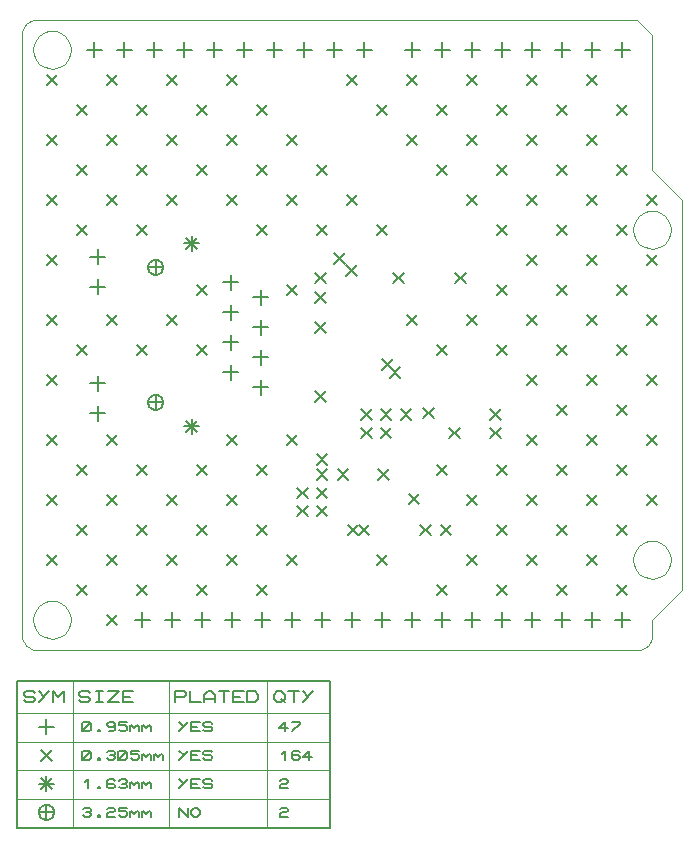
<source format=gbr>
G04 PROTEUS RS274X GERBER FILE*
%FSLAX45Y45*%
%MOMM*%
G01*
%ADD24C,0.127000*%
%ADD22C,0.025400*%
%ADD47C,0.063500*%
D24*
X+2482399Y+3029401D02*
X+2572201Y+2939599D01*
X+2482399Y+2939599D02*
X+2572201Y+3029401D01*
X+3048599Y+2463201D02*
X+3138401Y+2373399D01*
X+3048599Y+2373399D02*
X+3138401Y+2463201D01*
X+2482399Y+2775401D02*
X+2572201Y+2685599D01*
X+2482399Y+2685599D02*
X+2572201Y+2775401D01*
X+3113599Y+2392901D02*
X+3203401Y+2303099D01*
X+3113599Y+2303099D02*
X+3203401Y+2392901D01*
X+3668599Y+3194501D02*
X+3758401Y+3104699D01*
X+3668599Y+3104699D02*
X+3758401Y+3194501D01*
X+3143599Y+3194501D02*
X+3233401Y+3104699D01*
X+3143599Y+3104699D02*
X+3233401Y+3194501D01*
X+2482399Y+3194501D02*
X+2572201Y+3104699D01*
X+2482399Y+3104699D02*
X+2572201Y+3194501D01*
X+2642399Y+3359601D02*
X+2732201Y+3269799D01*
X+2642399Y+3269799D02*
X+2732201Y+3359601D01*
X+3037799Y+2040001D02*
X+3127601Y+1950199D01*
X+3037799Y+1950199D02*
X+3127601Y+2040001D01*
X+3964899Y+2040001D02*
X+4054701Y+1950199D01*
X+3964899Y+1950199D02*
X+4054701Y+2040001D01*
X+2850199Y+1060901D02*
X+2940001Y+971099D01*
X+2850199Y+971099D02*
X+2940001Y+1060901D01*
X+3274879Y+1322521D02*
X+3364681Y+1232719D01*
X+3274879Y+1232719D02*
X+3364681Y+1322521D01*
X+3542849Y+1060901D02*
X+3632651Y+971099D01*
X+3542849Y+971099D02*
X+3632651Y+1060901D01*
X+2743999Y+3258001D02*
X+2833801Y+3168199D01*
X+2743999Y+3168199D02*
X+2833801Y+3258001D01*
X+2872699Y+2040001D02*
X+2962501Y+1950199D01*
X+2872699Y+1950199D02*
X+2962501Y+2040001D01*
X+2495099Y+1532051D02*
X+2584901Y+1442249D01*
X+2495099Y+1442249D02*
X+2584901Y+1532051D01*
X+2495099Y+1659051D02*
X+2584901Y+1569249D01*
X+2495099Y+1569249D02*
X+2584901Y+1659051D01*
X+717099Y+298901D02*
X+806901Y+209099D01*
X+717099Y+209099D02*
X+806901Y+298901D01*
X+463099Y+552901D02*
X+552901Y+463099D01*
X+463099Y+463099D02*
X+552901Y+552901D01*
X+209099Y+806901D02*
X+298901Y+717099D01*
X+209099Y+717099D02*
X+298901Y+806901D01*
X+717099Y+806901D02*
X+806901Y+717099D01*
X+717099Y+717099D02*
X+806901Y+806901D01*
X+971099Y+552901D02*
X+1060901Y+463099D01*
X+971099Y+463099D02*
X+1060901Y+552901D01*
X+1225099Y+806901D02*
X+1314901Y+717099D01*
X+1225099Y+717099D02*
X+1314901Y+806901D01*
X+1479099Y+552901D02*
X+1568901Y+463099D01*
X+1479099Y+463099D02*
X+1568901Y+552901D01*
X+1733099Y+806901D02*
X+1822901Y+717099D01*
X+1733099Y+717099D02*
X+1822901Y+806901D01*
X+1987099Y+552901D02*
X+2076901Y+463099D01*
X+1987099Y+463099D02*
X+2076901Y+552901D01*
X+2241099Y+806901D02*
X+2330901Y+717099D01*
X+2241099Y+717099D02*
X+2330901Y+806901D01*
X+1987099Y+1060901D02*
X+2076901Y+971099D01*
X+1987099Y+971099D02*
X+2076901Y+1060901D01*
X+1479099Y+1060901D02*
X+1568901Y+971099D01*
X+1479099Y+971099D02*
X+1568901Y+1060901D01*
X+971099Y+1060901D02*
X+1060901Y+971099D01*
X+971099Y+971099D02*
X+1060901Y+1060901D01*
X+463099Y+1060901D02*
X+552901Y+971099D01*
X+463099Y+971099D02*
X+552901Y+1060901D01*
X+209099Y+1314901D02*
X+298901Y+1225099D01*
X+209099Y+1225099D02*
X+298901Y+1314901D01*
X+717099Y+1314901D02*
X+806901Y+1225099D01*
X+717099Y+1225099D02*
X+806901Y+1314901D01*
X+1225099Y+1314901D02*
X+1314901Y+1225099D01*
X+1225099Y+1225099D02*
X+1314901Y+1314901D01*
X+1733099Y+1314901D02*
X+1822901Y+1225099D01*
X+1733099Y+1225099D02*
X+1822901Y+1314901D01*
X+2329999Y+1372051D02*
X+2419801Y+1282249D01*
X+2329999Y+1282249D02*
X+2419801Y+1372051D01*
X+2329999Y+1220901D02*
X+2419801Y+1131099D01*
X+2329999Y+1131099D02*
X+2419801Y+1220901D01*
X+2495099Y+1220901D02*
X+2584901Y+1131099D01*
X+2495099Y+1131099D02*
X+2584901Y+1220901D01*
X+2495099Y+1372051D02*
X+2584901Y+1282249D01*
X+2495099Y+1282249D02*
X+2584901Y+1372051D01*
X+2755199Y+1060901D02*
X+2845001Y+971099D01*
X+2755199Y+971099D02*
X+2845001Y+1060901D01*
X+2671649Y+1532051D02*
X+2761451Y+1442249D01*
X+2671649Y+1442249D02*
X+2761451Y+1532051D01*
X+3015799Y+1532051D02*
X+3105601Y+1442249D01*
X+3015799Y+1442249D02*
X+3105601Y+1532051D01*
X+3371399Y+1060901D02*
X+3461201Y+971099D01*
X+3371399Y+971099D02*
X+3461201Y+1060901D01*
X+1987099Y+1568901D02*
X+2076901Y+1479099D01*
X+1987099Y+1479099D02*
X+2076901Y+1568901D01*
X+1479099Y+1568901D02*
X+1568901Y+1479099D01*
X+1479099Y+1479099D02*
X+1568901Y+1568901D01*
X+971099Y+1568901D02*
X+1060901Y+1479099D01*
X+971099Y+1479099D02*
X+1060901Y+1568901D01*
X+463099Y+1568901D02*
X+552901Y+1479099D01*
X+463099Y+1479099D02*
X+552901Y+1568901D01*
X+209099Y+1822901D02*
X+298901Y+1733099D01*
X+209099Y+1733099D02*
X+298901Y+1822901D01*
X+717099Y+1822901D02*
X+806901Y+1733099D01*
X+717099Y+1733099D02*
X+806901Y+1822901D01*
X+1733099Y+1822901D02*
X+1822901Y+1733099D01*
X+1733099Y+1733099D02*
X+1822901Y+1822901D01*
X+2241099Y+1822901D02*
X+2330901Y+1733099D01*
X+2241099Y+1733099D02*
X+2330901Y+1822901D01*
X+209099Y+2330901D02*
X+298901Y+2241099D01*
X+209099Y+2241099D02*
X+298901Y+2330901D01*
X+463099Y+2584901D02*
X+552901Y+2495099D01*
X+463099Y+2495099D02*
X+552901Y+2584901D01*
X+971099Y+2584901D02*
X+1060901Y+2495099D01*
X+971099Y+2495099D02*
X+1060901Y+2584901D01*
X+717099Y+2838901D02*
X+806901Y+2749099D01*
X+717099Y+2749099D02*
X+806901Y+2838901D01*
X+209099Y+2838901D02*
X+298901Y+2749099D01*
X+209099Y+2749099D02*
X+298901Y+2838901D01*
X+209099Y+3346901D02*
X+298901Y+3257099D01*
X+209099Y+3257099D02*
X+298901Y+3346901D01*
X+209099Y+3854901D02*
X+298901Y+3765099D01*
X+209099Y+3765099D02*
X+298901Y+3854901D01*
X+463099Y+3600901D02*
X+552901Y+3511099D01*
X+463099Y+3511099D02*
X+552901Y+3600901D01*
X+971099Y+3600901D02*
X+1060901Y+3511099D01*
X+971099Y+3511099D02*
X+1060901Y+3600901D01*
X+1987099Y+3600901D02*
X+2076901Y+3511099D01*
X+1987099Y+3511099D02*
X+2076901Y+3600901D01*
X+2495099Y+3600901D02*
X+2584901Y+3511099D01*
X+2495099Y+3511099D02*
X+2584901Y+3600901D01*
X+3003099Y+3600901D02*
X+3092901Y+3511099D01*
X+3003099Y+3511099D02*
X+3092901Y+3600901D01*
X+2241099Y+3092901D02*
X+2330901Y+3003099D01*
X+2241099Y+3003099D02*
X+2330901Y+3092901D01*
X+1479099Y+2584901D02*
X+1568901Y+2495099D01*
X+1479099Y+2495099D02*
X+1568901Y+2584901D01*
X+1225099Y+2838901D02*
X+1314901Y+2749099D01*
X+1225099Y+2749099D02*
X+1314901Y+2838901D01*
X+1479099Y+3092901D02*
X+1568901Y+3003099D01*
X+1479099Y+3003099D02*
X+1568901Y+3092901D01*
X+2482399Y+2191201D02*
X+2572201Y+2101399D01*
X+2482399Y+2101399D02*
X+2572201Y+2191201D01*
X+2872699Y+1880001D02*
X+2962501Y+1790199D01*
X+2872699Y+1790199D02*
X+2962501Y+1880001D01*
X+3037799Y+1880001D02*
X+3127601Y+1790199D01*
X+3037799Y+1790199D02*
X+3127601Y+1880001D01*
X+3205149Y+2040001D02*
X+3294951Y+1950199D01*
X+3205149Y+1950199D02*
X+3294951Y+2040001D01*
X+3964899Y+1880001D02*
X+4054701Y+1790199D01*
X+3964899Y+1790199D02*
X+4054701Y+1880001D01*
X+3395649Y+2050001D02*
X+3485451Y+1960199D01*
X+3395649Y+1960199D02*
X+3485451Y+2050001D01*
X+3615649Y+1880001D02*
X+3705451Y+1790199D01*
X+3615649Y+1790199D02*
X+3705451Y+1880001D01*
X+209099Y+4362901D02*
X+298901Y+4273099D01*
X+209099Y+4273099D02*
X+298901Y+4362901D01*
X+209099Y+4870901D02*
X+298901Y+4781099D01*
X+209099Y+4781099D02*
X+298901Y+4870901D01*
X+717099Y+4870901D02*
X+806901Y+4781099D01*
X+717099Y+4781099D02*
X+806901Y+4870901D01*
X+463099Y+4616901D02*
X+552901Y+4527099D01*
X+463099Y+4527099D02*
X+552901Y+4616901D01*
X+717099Y+4362901D02*
X+806901Y+4273099D01*
X+717099Y+4273099D02*
X+806901Y+4362901D01*
X+463099Y+4108901D02*
X+552901Y+4019099D01*
X+463099Y+4019099D02*
X+552901Y+4108901D01*
X+717099Y+3854901D02*
X+806901Y+3765099D01*
X+717099Y+3765099D02*
X+806901Y+3854901D01*
X+971099Y+4108901D02*
X+1060901Y+4019099D01*
X+971099Y+4019099D02*
X+1060901Y+4108901D01*
X+1225099Y+3854901D02*
X+1314901Y+3765099D01*
X+1225099Y+3765099D02*
X+1314901Y+3854901D01*
X+1479099Y+4108901D02*
X+1568901Y+4019099D01*
X+1479099Y+4019099D02*
X+1568901Y+4108901D01*
X+1733099Y+3854901D02*
X+1822901Y+3765099D01*
X+1733099Y+3765099D02*
X+1822901Y+3854901D01*
X+1987099Y+4108901D02*
X+2076901Y+4019099D01*
X+1987099Y+4019099D02*
X+2076901Y+4108901D01*
X+2241099Y+3854901D02*
X+2330901Y+3765099D01*
X+2241099Y+3765099D02*
X+2330901Y+3854901D01*
X+2495099Y+4108901D02*
X+2584901Y+4019099D01*
X+2495099Y+4019099D02*
X+2584901Y+4108901D01*
X+2749099Y+3854901D02*
X+2838901Y+3765099D01*
X+2749099Y+3765099D02*
X+2838901Y+3854901D01*
X+2241099Y+4362901D02*
X+2330901Y+4273099D01*
X+2241099Y+4273099D02*
X+2330901Y+4362901D01*
X+1733099Y+4362901D02*
X+1822901Y+4273099D01*
X+1733099Y+4273099D02*
X+1822901Y+4362901D01*
X+1225099Y+4362901D02*
X+1314901Y+4273099D01*
X+1225099Y+4273099D02*
X+1314901Y+4362901D01*
X+971099Y+4616901D02*
X+1060901Y+4527099D01*
X+971099Y+4527099D02*
X+1060901Y+4616901D01*
X+1225099Y+4870901D02*
X+1314901Y+4781099D01*
X+1225099Y+4781099D02*
X+1314901Y+4870901D01*
X+1733099Y+4870901D02*
X+1822901Y+4781099D01*
X+1733099Y+4781099D02*
X+1822901Y+4870901D01*
X+1479099Y+4616901D02*
X+1568901Y+4527099D01*
X+1479099Y+4527099D02*
X+1568901Y+4616901D01*
X+1987099Y+4616901D02*
X+2076901Y+4527099D01*
X+1987099Y+4527099D02*
X+2076901Y+4616901D01*
X+2749099Y+4870901D02*
X+2838901Y+4781099D01*
X+2749099Y+4781099D02*
X+2838901Y+4870901D01*
X+3003099Y+4616901D02*
X+3092901Y+4527099D01*
X+3003099Y+4527099D02*
X+3092901Y+4616901D01*
X+3257099Y+4362901D02*
X+3346901Y+4273099D01*
X+3257099Y+4273099D02*
X+3346901Y+4362901D01*
X+3511099Y+4108901D02*
X+3600901Y+4019099D01*
X+3511099Y+4019099D02*
X+3600901Y+4108901D01*
X+3765099Y+4362901D02*
X+3854901Y+4273099D01*
X+3765099Y+4273099D02*
X+3854901Y+4362901D01*
X+4019099Y+4616901D02*
X+4108901Y+4527099D01*
X+4019099Y+4527099D02*
X+4108901Y+4616901D01*
X+4273099Y+4870901D02*
X+4362901Y+4781099D01*
X+4273099Y+4781099D02*
X+4362901Y+4870901D01*
X+3765099Y+4870901D02*
X+3854901Y+4781099D01*
X+3765099Y+4781099D02*
X+3854901Y+4870901D01*
X+3511099Y+4616901D02*
X+3600901Y+4527099D01*
X+3511099Y+4527099D02*
X+3600901Y+4616901D01*
X+3257099Y+4870901D02*
X+3346901Y+4781099D01*
X+3257099Y+4781099D02*
X+3346901Y+4870901D01*
X+4019099Y+3600901D02*
X+4108901Y+3511099D01*
X+4019099Y+3511099D02*
X+4108901Y+3600901D01*
X+3765099Y+3854901D02*
X+3854901Y+3765099D01*
X+3765099Y+3765099D02*
X+3854901Y+3854901D01*
X+4019099Y+4108901D02*
X+4108901Y+4019099D01*
X+4019099Y+4019099D02*
X+4108901Y+4108901D01*
X+4273099Y+4362901D02*
X+4362901Y+4273099D01*
X+4273099Y+4273099D02*
X+4362901Y+4362901D01*
X+4527099Y+4616901D02*
X+4616901Y+4527099D01*
X+4527099Y+4527099D02*
X+4616901Y+4616901D01*
X+4781099Y+4870901D02*
X+4870901Y+4781099D01*
X+4781099Y+4781099D02*
X+4870901Y+4870901D01*
X+5035099Y+4616901D02*
X+5124901Y+4527099D01*
X+5035099Y+4527099D02*
X+5124901Y+4616901D01*
X+4781099Y+4362901D02*
X+4870901Y+4273099D01*
X+4781099Y+4273099D02*
X+4870901Y+4362901D01*
X+4527099Y+4108901D02*
X+4616901Y+4019099D01*
X+4527099Y+4019099D02*
X+4616901Y+4108901D01*
X+4273099Y+3854901D02*
X+4362901Y+3765099D01*
X+4273099Y+3765099D02*
X+4362901Y+3854901D01*
X+4273099Y+3346901D02*
X+4362901Y+3257099D01*
X+4273099Y+3257099D02*
X+4362901Y+3346901D01*
X+4527099Y+3600901D02*
X+4616901Y+3511099D01*
X+4527099Y+3511099D02*
X+4616901Y+3600901D01*
X+4781099Y+3854901D02*
X+4870901Y+3765099D01*
X+4781099Y+3765099D02*
X+4870901Y+3854901D01*
X+5035099Y+4108901D02*
X+5124901Y+4019099D01*
X+5035099Y+4019099D02*
X+5124901Y+4108901D01*
X+5289099Y+3854901D02*
X+5378901Y+3765099D01*
X+5289099Y+3765099D02*
X+5378901Y+3854901D01*
X+5035099Y+3600901D02*
X+5124901Y+3511099D01*
X+5035099Y+3511099D02*
X+5124901Y+3600901D01*
X+4781099Y+3346901D02*
X+4870901Y+3257099D01*
X+4781099Y+3257099D02*
X+4870901Y+3346901D01*
X+4527099Y+3092901D02*
X+4616901Y+3003099D01*
X+4527099Y+3003099D02*
X+4616901Y+3092901D01*
X+4273099Y+2838901D02*
X+4362901Y+2749099D01*
X+4273099Y+2749099D02*
X+4362901Y+2838901D01*
X+4019099Y+3092901D02*
X+4108901Y+3003099D01*
X+4019099Y+3003099D02*
X+4108901Y+3092901D01*
X+3765099Y+2838901D02*
X+3854901Y+2749099D01*
X+3765099Y+2749099D02*
X+3854901Y+2838901D01*
X+3257099Y+2838901D02*
X+3346901Y+2749099D01*
X+3257099Y+2749099D02*
X+3346901Y+2838901D01*
X+3511099Y+2584901D02*
X+3600901Y+2495099D01*
X+3511099Y+2495099D02*
X+3600901Y+2584901D01*
X+4019099Y+2584901D02*
X+4108901Y+2495099D01*
X+4019099Y+2495099D02*
X+4108901Y+2584901D01*
X+4527099Y+2584901D02*
X+4616901Y+2495099D01*
X+4527099Y+2495099D02*
X+4616901Y+2584901D01*
X+4781099Y+2838901D02*
X+4870901Y+2749099D01*
X+4781099Y+2749099D02*
X+4870901Y+2838901D01*
X+5035099Y+3092901D02*
X+5124901Y+3003099D01*
X+5035099Y+3003099D02*
X+5124901Y+3092901D01*
X+5289099Y+3346901D02*
X+5378901Y+3257099D01*
X+5289099Y+3257099D02*
X+5378901Y+3346901D01*
X+5289099Y+2838901D02*
X+5378901Y+2749099D01*
X+5289099Y+2749099D02*
X+5378901Y+2838901D01*
X+5035099Y+2584901D02*
X+5124901Y+2495099D01*
X+5035099Y+2495099D02*
X+5124901Y+2584901D01*
X+4781099Y+2330901D02*
X+4870901Y+2241099D01*
X+4781099Y+2241099D02*
X+4870901Y+2330901D01*
X+4527099Y+2076901D02*
X+4616901Y+1987099D01*
X+4527099Y+1987099D02*
X+4616901Y+2076901D01*
X+4273099Y+2330901D02*
X+4362901Y+2241099D01*
X+4273099Y+2241099D02*
X+4362901Y+2330901D01*
X+5289099Y+2330901D02*
X+5378901Y+2241099D01*
X+5289099Y+2241099D02*
X+5378901Y+2330901D01*
X+5289099Y+1822901D02*
X+5378901Y+1733099D01*
X+5289099Y+1733099D02*
X+5378901Y+1822901D01*
X+5289099Y+1314901D02*
X+5378901Y+1225099D01*
X+5289099Y+1225099D02*
X+5378901Y+1314901D01*
X+5035099Y+1060901D02*
X+5124901Y+971099D01*
X+5035099Y+971099D02*
X+5124901Y+1060901D01*
X+5035099Y+1568901D02*
X+5124901Y+1479099D01*
X+5035099Y+1479099D02*
X+5124901Y+1568901D01*
X+5035099Y+2076901D02*
X+5124901Y+1987099D01*
X+5035099Y+1987099D02*
X+5124901Y+2076901D01*
X+4781099Y+1822901D02*
X+4870901Y+1733099D01*
X+4781099Y+1733099D02*
X+4870901Y+1822901D01*
X+4781099Y+1314901D02*
X+4870901Y+1225099D01*
X+4781099Y+1225099D02*
X+4870901Y+1314901D01*
X+4781099Y+806901D02*
X+4870901Y+717099D01*
X+4781099Y+717099D02*
X+4870901Y+806901D01*
X+5035099Y+552901D02*
X+5124901Y+463099D01*
X+5035099Y+463099D02*
X+5124901Y+552901D01*
X+4527099Y+552901D02*
X+4616901Y+463099D01*
X+4527099Y+463099D02*
X+4616901Y+552901D01*
X+4527099Y+1060901D02*
X+4616901Y+971099D01*
X+4527099Y+971099D02*
X+4616901Y+1060901D01*
X+4527099Y+1568901D02*
X+4616901Y+1479099D01*
X+4527099Y+1479099D02*
X+4616901Y+1568901D01*
X+4273099Y+1822901D02*
X+4362901Y+1733099D01*
X+4273099Y+1733099D02*
X+4362901Y+1822901D01*
X+4273099Y+1314901D02*
X+4362901Y+1225099D01*
X+4273099Y+1225099D02*
X+4362901Y+1314901D01*
X+4019099Y+1568901D02*
X+4108901Y+1479099D01*
X+4019099Y+1479099D02*
X+4108901Y+1568901D01*
X+3511099Y+1568901D02*
X+3600901Y+1479099D01*
X+3511099Y+1479099D02*
X+3600901Y+1568901D01*
X+3765099Y+1314901D02*
X+3854901Y+1225099D01*
X+3765099Y+1225099D02*
X+3854901Y+1314901D01*
X+4019099Y+1060901D02*
X+4108901Y+971099D01*
X+4019099Y+971099D02*
X+4108901Y+1060901D01*
X+4273099Y+806901D02*
X+4362901Y+717099D01*
X+4273099Y+717099D02*
X+4362901Y+806901D01*
X+4019099Y+552901D02*
X+4108901Y+463099D01*
X+4019099Y+463099D02*
X+4108901Y+552901D01*
X+3765099Y+806901D02*
X+3854901Y+717099D01*
X+3765099Y+717099D02*
X+3854901Y+806901D01*
X+3511099Y+552901D02*
X+3600901Y+463099D01*
X+3511099Y+463099D02*
X+3600901Y+552901D01*
X+3003099Y+806901D02*
X+3092901Y+717099D01*
X+3003099Y+717099D02*
X+3092901Y+806901D01*
X+1016000Y+317500D02*
X+1016000Y+190500D01*
X+952500Y+254000D02*
X+1079500Y+254000D01*
X+1270000Y+317500D02*
X+1270000Y+190500D01*
X+1206500Y+254000D02*
X+1333500Y+254000D01*
X+1524000Y+317500D02*
X+1524000Y+190500D01*
X+1460500Y+254000D02*
X+1587500Y+254000D01*
X+1778000Y+317500D02*
X+1778000Y+190500D01*
X+1714500Y+254000D02*
X+1841500Y+254000D01*
X+2032000Y+317500D02*
X+2032000Y+190500D01*
X+1968500Y+254000D02*
X+2095500Y+254000D01*
X+2286000Y+317500D02*
X+2286000Y+190500D01*
X+2222500Y+254000D02*
X+2349500Y+254000D01*
X+2540000Y+317500D02*
X+2540000Y+190500D01*
X+2476500Y+254000D02*
X+2603500Y+254000D01*
X+2794000Y+317500D02*
X+2794000Y+190500D01*
X+2730500Y+254000D02*
X+2857500Y+254000D01*
X+3048000Y+317500D02*
X+3048000Y+190500D01*
X+2984500Y+254000D02*
X+3111500Y+254000D01*
X+3302000Y+317500D02*
X+3302000Y+190500D01*
X+3238500Y+254000D02*
X+3365500Y+254000D01*
X+3556000Y+317500D02*
X+3556000Y+190500D01*
X+3492500Y+254000D02*
X+3619500Y+254000D01*
X+3810000Y+317500D02*
X+3810000Y+190500D01*
X+3746500Y+254000D02*
X+3873500Y+254000D01*
X+4064000Y+317500D02*
X+4064000Y+190500D01*
X+4000500Y+254000D02*
X+4127500Y+254000D01*
X+4318000Y+317500D02*
X+4318000Y+190500D01*
X+4254500Y+254000D02*
X+4381500Y+254000D01*
X+4572000Y+317500D02*
X+4572000Y+190500D01*
X+4508500Y+254000D02*
X+4635500Y+254000D01*
X+4826000Y+317500D02*
X+4826000Y+190500D01*
X+4762500Y+254000D02*
X+4889500Y+254000D01*
X+5080000Y+317500D02*
X+5080000Y+190500D01*
X+5016500Y+254000D02*
X+5143500Y+254000D01*
X+609600Y+5143500D02*
X+609600Y+5016500D01*
X+546100Y+5080000D02*
X+673100Y+5080000D01*
X+863600Y+5143500D02*
X+863600Y+5016500D01*
X+800100Y+5080000D02*
X+927100Y+5080000D01*
X+1117600Y+5143500D02*
X+1117600Y+5016500D01*
X+1054100Y+5080000D02*
X+1181100Y+5080000D01*
X+1371600Y+5143500D02*
X+1371600Y+5016500D01*
X+1308100Y+5080000D02*
X+1435100Y+5080000D01*
X+1625600Y+5143500D02*
X+1625600Y+5016500D01*
X+1562100Y+5080000D02*
X+1689100Y+5080000D01*
X+1879600Y+5143500D02*
X+1879600Y+5016500D01*
X+1816100Y+5080000D02*
X+1943100Y+5080000D01*
X+2133600Y+5143500D02*
X+2133600Y+5016500D01*
X+2070100Y+5080000D02*
X+2197100Y+5080000D01*
X+2387600Y+5143500D02*
X+2387600Y+5016500D01*
X+2324100Y+5080000D02*
X+2451100Y+5080000D01*
X+2641600Y+5143500D02*
X+2641600Y+5016500D01*
X+2578100Y+5080000D02*
X+2705100Y+5080000D01*
X+2895600Y+5143500D02*
X+2895600Y+5016500D01*
X+2832100Y+5080000D02*
X+2959100Y+5080000D01*
X+3302000Y+5143500D02*
X+3302000Y+5016500D01*
X+3238500Y+5080000D02*
X+3365500Y+5080000D01*
X+3556000Y+5143500D02*
X+3556000Y+5016500D01*
X+3492500Y+5080000D02*
X+3619500Y+5080000D01*
X+3810000Y+5143500D02*
X+3810000Y+5016500D01*
X+3746500Y+5080000D02*
X+3873500Y+5080000D01*
X+4064000Y+5143500D02*
X+4064000Y+5016500D01*
X+4000500Y+5080000D02*
X+4127500Y+5080000D01*
X+4318000Y+5143500D02*
X+4318000Y+5016500D01*
X+4254500Y+5080000D02*
X+4381500Y+5080000D01*
X+4572000Y+5143500D02*
X+4572000Y+5016500D01*
X+4508500Y+5080000D02*
X+4635500Y+5080000D01*
X+4826000Y+5143500D02*
X+4826000Y+5016500D01*
X+4762500Y+5080000D02*
X+4889500Y+5080000D01*
X+5080000Y+5143500D02*
X+5080000Y+5016500D01*
X+5016500Y+5080000D02*
X+5143500Y+5080000D01*
X+1765300Y+3175000D02*
X+1765300Y+3048000D01*
X+1701800Y+3111500D02*
X+1828800Y+3111500D01*
X+2019300Y+3048000D02*
X+2019300Y+2921000D01*
X+1955800Y+2984500D02*
X+2082800Y+2984500D01*
X+1765300Y+2921000D02*
X+1765300Y+2794000D01*
X+1701800Y+2857500D02*
X+1828800Y+2857500D01*
X+2019300Y+2794000D02*
X+2019300Y+2667000D01*
X+1955800Y+2730500D02*
X+2082800Y+2730500D01*
X+1765300Y+2667000D02*
X+1765300Y+2540000D01*
X+1701800Y+2603500D02*
X+1828800Y+2603500D01*
X+2019300Y+2540000D02*
X+2019300Y+2413000D01*
X+1955800Y+2476500D02*
X+2082800Y+2476500D01*
X+1765300Y+2413000D02*
X+1765300Y+2286000D01*
X+1701800Y+2349500D02*
X+1828800Y+2349500D01*
X+2019300Y+2286000D02*
X+2019300Y+2159000D01*
X+1955800Y+2222500D02*
X+2082800Y+2222500D01*
X+640300Y+3393000D02*
X+640300Y+3266000D01*
X+576800Y+3329500D02*
X+703800Y+3329500D01*
X+640300Y+3139000D02*
X+640300Y+3012000D01*
X+576800Y+3075500D02*
X+703800Y+3075500D01*
X+640300Y+2322000D02*
X+640300Y+2195000D01*
X+576800Y+2258500D02*
X+703800Y+2258500D01*
X+640300Y+2068000D02*
X+640300Y+1941000D01*
X+576800Y+2004500D02*
X+703800Y+2004500D01*
X+1435300Y+3505000D02*
X+1435300Y+3378000D01*
X+1371800Y+3441500D02*
X+1498800Y+3441500D01*
X+1390399Y+3486401D02*
X+1480201Y+3396599D01*
X+1390399Y+3396599D02*
X+1480201Y+3486401D01*
X+1435300Y+1956000D02*
X+1435300Y+1829000D01*
X+1371800Y+1892500D02*
X+1498800Y+1892500D01*
X+1390399Y+1937401D02*
X+1480201Y+1847599D01*
X+1390399Y+1847599D02*
X+1480201Y+1937401D01*
X+1193800Y+3238500D02*
X+1193583Y+3243747D01*
X+1191818Y+3254242D01*
X+1188126Y+3264737D01*
X+1182098Y+3275232D01*
X+1172876Y+3285612D01*
X+1162381Y+3293300D01*
X+1151886Y+3298218D01*
X+1141391Y+3301024D01*
X+1130896Y+3301997D01*
X+1130300Y+3302000D01*
X+1066800Y+3238500D02*
X+1067017Y+3243747D01*
X+1068782Y+3254242D01*
X+1072474Y+3264737D01*
X+1078502Y+3275232D01*
X+1087724Y+3285612D01*
X+1098219Y+3293300D01*
X+1108714Y+3298218D01*
X+1119209Y+3301024D01*
X+1129704Y+3301997D01*
X+1130300Y+3302000D01*
X+1066800Y+3238500D02*
X+1067017Y+3233253D01*
X+1068782Y+3222758D01*
X+1072474Y+3212263D01*
X+1078502Y+3201768D01*
X+1087724Y+3191388D01*
X+1098219Y+3183700D01*
X+1108714Y+3178782D01*
X+1119209Y+3175976D01*
X+1129704Y+3175003D01*
X+1130300Y+3175000D01*
X+1193800Y+3238500D02*
X+1193583Y+3233253D01*
X+1191818Y+3222758D01*
X+1188126Y+3212263D01*
X+1182098Y+3201768D01*
X+1172876Y+3191388D01*
X+1162381Y+3183700D01*
X+1151886Y+3178782D01*
X+1141391Y+3175976D01*
X+1130896Y+3175003D01*
X+1130300Y+3175000D01*
X+1130300Y+3302000D02*
X+1130300Y+3175000D01*
X+1066800Y+3238500D02*
X+1193800Y+3238500D01*
X+1193800Y+2095500D02*
X+1193583Y+2100747D01*
X+1191818Y+2111242D01*
X+1188126Y+2121737D01*
X+1182098Y+2132232D01*
X+1172876Y+2142612D01*
X+1162381Y+2150300D01*
X+1151886Y+2155218D01*
X+1141391Y+2158024D01*
X+1130896Y+2158997D01*
X+1130300Y+2159000D01*
X+1066800Y+2095500D02*
X+1067017Y+2100747D01*
X+1068782Y+2111242D01*
X+1072474Y+2121737D01*
X+1078502Y+2132232D01*
X+1087724Y+2142612D01*
X+1098219Y+2150300D01*
X+1108714Y+2155218D01*
X+1119209Y+2158024D01*
X+1129704Y+2158997D01*
X+1130300Y+2159000D01*
X+1066800Y+2095500D02*
X+1067017Y+2090253D01*
X+1068782Y+2079758D01*
X+1072474Y+2069263D01*
X+1078502Y+2058768D01*
X+1087724Y+2048388D01*
X+1098219Y+2040700D01*
X+1108714Y+2035782D01*
X+1119209Y+2032976D01*
X+1129704Y+2032003D01*
X+1130300Y+2032000D01*
X+1193800Y+2095500D02*
X+1193583Y+2090253D01*
X+1191818Y+2079758D01*
X+1188126Y+2069263D01*
X+1182098Y+2058768D01*
X+1172876Y+2048388D01*
X+1162381Y+2040700D01*
X+1151886Y+2035782D01*
X+1141391Y+2032976D01*
X+1130896Y+2032003D01*
X+1130300Y+2032000D01*
X+1130300Y+2159000D02*
X+1130300Y+2032000D01*
X+1066800Y+2095500D02*
X+1193800Y+2095500D01*
D22*
X+5492750Y+762000D02*
X+5492220Y+774958D01*
X+5487916Y+800876D01*
X+5478925Y+826794D01*
X+5464280Y+852712D01*
X+5441876Y+878466D01*
X+5415958Y+897958D01*
X+5390040Y+910530D01*
X+5364122Y+917866D01*
X+5338204Y+920694D01*
X+5334000Y+920750D01*
X+5175250Y+762000D02*
X+5175780Y+774958D01*
X+5180084Y+800876D01*
X+5189075Y+826794D01*
X+5203720Y+852712D01*
X+5226124Y+878466D01*
X+5252042Y+897958D01*
X+5277960Y+910530D01*
X+5303878Y+917866D01*
X+5329796Y+920694D01*
X+5334000Y+920750D01*
X+5175250Y+762000D02*
X+5175780Y+749042D01*
X+5180084Y+723124D01*
X+5189075Y+697206D01*
X+5203720Y+671288D01*
X+5226124Y+645534D01*
X+5252042Y+626042D01*
X+5277960Y+613470D01*
X+5303878Y+606134D01*
X+5329796Y+603306D01*
X+5334000Y+603250D01*
X+5492750Y+762000D02*
X+5492220Y+749042D01*
X+5487916Y+723124D01*
X+5478925Y+697206D01*
X+5464280Y+671288D01*
X+5441876Y+645534D01*
X+5415958Y+626042D01*
X+5390040Y+613470D01*
X+5364122Y+606134D01*
X+5338204Y+603306D01*
X+5334000Y+603250D01*
X+5492750Y+3556000D02*
X+5492220Y+3568958D01*
X+5487916Y+3594876D01*
X+5478925Y+3620794D01*
X+5464280Y+3646712D01*
X+5441876Y+3672466D01*
X+5415958Y+3691958D01*
X+5390040Y+3704530D01*
X+5364122Y+3711866D01*
X+5338204Y+3714694D01*
X+5334000Y+3714750D01*
X+5175250Y+3556000D02*
X+5175780Y+3568958D01*
X+5180084Y+3594876D01*
X+5189075Y+3620794D01*
X+5203720Y+3646712D01*
X+5226124Y+3672466D01*
X+5252042Y+3691958D01*
X+5277960Y+3704530D01*
X+5303878Y+3711866D01*
X+5329796Y+3714694D01*
X+5334000Y+3714750D01*
X+5175250Y+3556000D02*
X+5175780Y+3543042D01*
X+5180084Y+3517124D01*
X+5189075Y+3491206D01*
X+5203720Y+3465288D01*
X+5226124Y+3439534D01*
X+5252042Y+3420042D01*
X+5277960Y+3407470D01*
X+5303878Y+3400134D01*
X+5329796Y+3397306D01*
X+5334000Y+3397250D01*
X+5492750Y+3556000D02*
X+5492220Y+3543042D01*
X+5487916Y+3517124D01*
X+5478925Y+3491206D01*
X+5464280Y+3465288D01*
X+5441876Y+3439534D01*
X+5415958Y+3420042D01*
X+5390040Y+3407470D01*
X+5364122Y+3400134D01*
X+5338204Y+3397306D01*
X+5334000Y+3397250D01*
X+412750Y+5080000D02*
X+412220Y+5092958D01*
X+407916Y+5118876D01*
X+398925Y+5144794D01*
X+384280Y+5170712D01*
X+361876Y+5196466D01*
X+335958Y+5215958D01*
X+310040Y+5228530D01*
X+284122Y+5235866D01*
X+258204Y+5238694D01*
X+254000Y+5238750D01*
X+95250Y+5080000D02*
X+95780Y+5092958D01*
X+100084Y+5118876D01*
X+109075Y+5144794D01*
X+123720Y+5170712D01*
X+146124Y+5196466D01*
X+172042Y+5215958D01*
X+197960Y+5228530D01*
X+223878Y+5235866D01*
X+249796Y+5238694D01*
X+254000Y+5238750D01*
X+95250Y+5080000D02*
X+95780Y+5067042D01*
X+100084Y+5041124D01*
X+109075Y+5015206D01*
X+123720Y+4989288D01*
X+146124Y+4963534D01*
X+172042Y+4944042D01*
X+197960Y+4931470D01*
X+223878Y+4924134D01*
X+249796Y+4921306D01*
X+254000Y+4921250D01*
X+412750Y+5080000D02*
X+412220Y+5067042D01*
X+407916Y+5041124D01*
X+398925Y+5015206D01*
X+384280Y+4989288D01*
X+361876Y+4963534D01*
X+335958Y+4944042D01*
X+310040Y+4931470D01*
X+284122Y+4924134D01*
X+258204Y+4921306D01*
X+254000Y+4921250D01*
X+412750Y+254000D02*
X+412220Y+266958D01*
X+407916Y+292876D01*
X+398925Y+318794D01*
X+384280Y+344712D01*
X+361876Y+370466D01*
X+335958Y+389958D01*
X+310040Y+402530D01*
X+284122Y+409866D01*
X+258204Y+412694D01*
X+254000Y+412750D01*
X+95250Y+254000D02*
X+95780Y+266958D01*
X+100084Y+292876D01*
X+109075Y+318794D01*
X+123720Y+344712D01*
X+146124Y+370466D01*
X+172042Y+389958D01*
X+197960Y+402530D01*
X+223878Y+409866D01*
X+249796Y+412694D01*
X+254000Y+412750D01*
X+95250Y+254000D02*
X+95780Y+241042D01*
X+100084Y+215124D01*
X+109075Y+189206D01*
X+123720Y+163288D01*
X+146124Y+137534D01*
X+172042Y+118042D01*
X+197960Y+105470D01*
X+223878Y+98134D01*
X+249796Y+95306D01*
X+254000Y+95250D01*
X+412750Y+254000D02*
X+412220Y+241042D01*
X+407916Y+215124D01*
X+398925Y+189206D01*
X+384280Y+163288D01*
X+361876Y+137534D01*
X+335958Y+118042D01*
X+310040Y+105470D01*
X+284122Y+98134D01*
X+258204Y+95306D01*
X+254000Y+95250D01*
X+0Y+127000D02*
X+2527Y+101032D01*
X+9798Y+77018D01*
X+21348Y+55423D01*
X+36711Y+36711D01*
X+55423Y+21347D01*
X+77018Y+9798D01*
X+101032Y+2527D01*
X+127000Y+0D01*
X+5207000Y+0D01*
X+5232967Y+2527D01*
X+5256981Y+9798D01*
X+5278577Y+21347D01*
X+5297289Y+36711D01*
X+5312652Y+55423D01*
X+5324202Y+77018D01*
X+5331473Y+101032D01*
X+5334000Y+127000D01*
X+5334000Y+254000D01*
X+5588000Y+508000D01*
X+5588000Y+3810000D01*
X+5334000Y+4064000D01*
X+5334000Y+5207000D01*
X+5207000Y+5334000D01*
X+127000Y+5334000D01*
X+101032Y+5331473D01*
X+77018Y+5324202D01*
X+55423Y+5312652D01*
X+36711Y+5297289D01*
X+21348Y+5278577D01*
X+9798Y+5256981D01*
X+2527Y+5232967D01*
X+0Y+5207000D01*
X+0Y+127000D01*
D24*
X-39700Y-1508125D02*
X+2604440Y-1508125D01*
X+2604440Y-263525D01*
X-39700Y-263525D01*
X-39700Y-1508125D01*
D47*
X+427662Y-263525D02*
X+427662Y-1508125D01*
X+1240462Y-263525D02*
X+1240462Y-1508125D01*
X+2073582Y-263525D02*
X+2073582Y-1508125D01*
X-39700Y-536575D02*
X+2604440Y-536575D01*
X-39700Y-777875D02*
X+2604440Y-777875D01*
X-39700Y-1019175D02*
X+2604440Y-1019175D01*
X-39700Y-1260475D02*
X+2604440Y-1260475D01*
D24*
X+17450Y-427355D02*
X+32690Y-442595D01*
X+93650Y-442595D01*
X+108890Y-427355D01*
X+108890Y-412115D01*
X+93650Y-396875D01*
X+32690Y-396875D01*
X+17450Y-381635D01*
X+17450Y-366395D01*
X+32690Y-351155D01*
X+93650Y-351155D01*
X+108890Y-366395D01*
X+230810Y-351155D02*
X+139370Y-442595D01*
X+139370Y-351155D02*
X+185090Y-396875D01*
X+261290Y-442595D02*
X+261290Y-351155D01*
X+307010Y-396875D01*
X+352730Y-351155D01*
X+352730Y-442595D01*
X+484810Y-427355D02*
X+500050Y-442595D01*
X+561010Y-442595D01*
X+576250Y-427355D01*
X+576250Y-412115D01*
X+561010Y-396875D01*
X+500050Y-396875D01*
X+484810Y-381635D01*
X+484810Y-366395D01*
X+500050Y-351155D01*
X+561010Y-351155D01*
X+576250Y-366395D01*
X+621970Y-351155D02*
X+682930Y-351155D01*
X+652450Y-351155D02*
X+652450Y-442595D01*
X+621970Y-442595D02*
X+682930Y-442595D01*
X+728650Y-351155D02*
X+820090Y-351155D01*
X+728650Y-442595D01*
X+820090Y-442595D01*
X+942010Y-442595D02*
X+850570Y-442595D01*
X+850570Y-351155D01*
X+942010Y-351155D01*
X+850570Y-396875D02*
X+911530Y-396875D01*
X+1297610Y-442595D02*
X+1297610Y-351155D01*
X+1373810Y-351155D01*
X+1389050Y-366395D01*
X+1389050Y-381635D01*
X+1373810Y-396875D01*
X+1297610Y-396875D01*
X+1419530Y-351155D02*
X+1419530Y-442595D01*
X+1510970Y-442595D01*
X+1541450Y-442595D02*
X+1541450Y-381635D01*
X+1571930Y-351155D01*
X+1602410Y-351155D01*
X+1632890Y-381635D01*
X+1632890Y-442595D01*
X+1541450Y-412115D02*
X+1632890Y-412115D01*
X+1663370Y-351155D02*
X+1754810Y-351155D01*
X+1709090Y-351155D02*
X+1709090Y-442595D01*
X+1876730Y-442595D02*
X+1785290Y-442595D01*
X+1785290Y-351155D01*
X+1876730Y-351155D01*
X+1785290Y-396875D02*
X+1846250Y-396875D01*
X+1907210Y-442595D02*
X+1907210Y-351155D01*
X+1968170Y-351155D01*
X+1998650Y-381635D01*
X+1998650Y-412115D01*
X+1968170Y-442595D01*
X+1907210Y-442595D01*
X+2130730Y-381635D02*
X+2161210Y-351155D01*
X+2191690Y-351155D01*
X+2222170Y-381635D01*
X+2222170Y-412115D01*
X+2191690Y-442595D01*
X+2161210Y-442595D01*
X+2130730Y-412115D01*
X+2130730Y-381635D01*
X+2191690Y-412115D02*
X+2222170Y-442595D01*
X+2252650Y-351155D02*
X+2344090Y-351155D01*
X+2298370Y-351155D02*
X+2298370Y-442595D01*
X+2466010Y-351155D02*
X+2374570Y-442595D01*
X+2374570Y-351155D02*
X+2420290Y-396875D01*
X+206680Y-587375D02*
X+206680Y-714375D01*
X+143180Y-650875D02*
X+270180Y-650875D01*
X+503860Y-676275D02*
X+503860Y-625475D01*
X+516560Y-612775D01*
X+567360Y-612775D01*
X+580060Y-625475D01*
X+580060Y-676275D01*
X+567360Y-688975D01*
X+516560Y-688975D01*
X+503860Y-676275D01*
X+503860Y-688975D02*
X+580060Y-612775D01*
X+643560Y-676275D02*
X+656260Y-676275D01*
X+656260Y-688975D01*
X+643560Y-688975D01*
X+643560Y-676275D01*
X+783260Y-638175D02*
X+770560Y-650875D01*
X+732460Y-650875D01*
X+719760Y-638175D01*
X+719760Y-625475D01*
X+732460Y-612775D01*
X+770560Y-612775D01*
X+783260Y-625475D01*
X+783260Y-676275D01*
X+770560Y-688975D01*
X+732460Y-688975D01*
X+884860Y-612775D02*
X+821360Y-612775D01*
X+821360Y-638175D01*
X+872160Y-638175D01*
X+884860Y-650875D01*
X+884860Y-676275D01*
X+872160Y-688975D01*
X+834060Y-688975D01*
X+821360Y-676275D01*
X+910260Y-688975D02*
X+910260Y-638175D01*
X+910260Y-650875D02*
X+922960Y-638175D01*
X+948360Y-663575D01*
X+973760Y-638175D01*
X+986460Y-650875D01*
X+986460Y-688975D01*
X+1011860Y-688975D02*
X+1011860Y-638175D01*
X+1011860Y-650875D02*
X+1024560Y-638175D01*
X+1049960Y-663575D01*
X+1075360Y-638175D01*
X+1088060Y-650875D01*
X+1088060Y-688975D01*
X+1405560Y-612775D02*
X+1329360Y-688975D01*
X+1329360Y-612775D02*
X+1367460Y-650875D01*
X+1507160Y-688975D02*
X+1430960Y-688975D01*
X+1430960Y-612775D01*
X+1507160Y-612775D01*
X+1430960Y-650875D02*
X+1481760Y-650875D01*
X+1532560Y-676275D02*
X+1545260Y-688975D01*
X+1596060Y-688975D01*
X+1608760Y-676275D01*
X+1608760Y-663575D01*
X+1596060Y-650875D01*
X+1545260Y-650875D01*
X+1532560Y-638175D01*
X+1532560Y-625475D01*
X+1545260Y-612775D01*
X+1596060Y-612775D01*
X+1608760Y-625475D01*
X+2251380Y-663575D02*
X+2175180Y-663575D01*
X+2225980Y-612775D01*
X+2225980Y-688975D01*
X+2289480Y-612775D02*
X+2352980Y-612775D01*
X+2352980Y-625475D01*
X+2289480Y-688975D01*
X+161779Y-847274D02*
X+251581Y-937076D01*
X+161779Y-937076D02*
X+251581Y-847274D01*
X+503860Y-917575D02*
X+503860Y-866775D01*
X+516560Y-854075D01*
X+567360Y-854075D01*
X+580060Y-866775D01*
X+580060Y-917575D01*
X+567360Y-930275D01*
X+516560Y-930275D01*
X+503860Y-917575D01*
X+503860Y-930275D02*
X+580060Y-854075D01*
X+643560Y-917575D02*
X+656260Y-917575D01*
X+656260Y-930275D01*
X+643560Y-930275D01*
X+643560Y-917575D01*
X+719760Y-866775D02*
X+732460Y-854075D01*
X+770560Y-854075D01*
X+783260Y-866775D01*
X+783260Y-879475D01*
X+770560Y-892175D01*
X+783260Y-904875D01*
X+783260Y-917575D01*
X+770560Y-930275D01*
X+732460Y-930275D01*
X+719760Y-917575D01*
X+745160Y-892175D02*
X+770560Y-892175D01*
X+808660Y-917575D02*
X+808660Y-866775D01*
X+821360Y-854075D01*
X+872160Y-854075D01*
X+884860Y-866775D01*
X+884860Y-917575D01*
X+872160Y-930275D01*
X+821360Y-930275D01*
X+808660Y-917575D01*
X+808660Y-930275D02*
X+884860Y-854075D01*
X+986460Y-854075D02*
X+922960Y-854075D01*
X+922960Y-879475D01*
X+973760Y-879475D01*
X+986460Y-892175D01*
X+986460Y-917575D01*
X+973760Y-930275D01*
X+935660Y-930275D01*
X+922960Y-917575D01*
X+1011860Y-930275D02*
X+1011860Y-879475D01*
X+1011860Y-892175D02*
X+1024560Y-879475D01*
X+1049960Y-904875D01*
X+1075360Y-879475D01*
X+1088060Y-892175D01*
X+1088060Y-930275D01*
X+1113460Y-930275D02*
X+1113460Y-879475D01*
X+1113460Y-892175D02*
X+1126160Y-879475D01*
X+1151560Y-904875D01*
X+1176960Y-879475D01*
X+1189660Y-892175D01*
X+1189660Y-930275D01*
X+1405560Y-854075D02*
X+1329360Y-930275D01*
X+1329360Y-854075D02*
X+1367460Y-892175D01*
X+1507160Y-930275D02*
X+1430960Y-930275D01*
X+1430960Y-854075D01*
X+1507160Y-854075D01*
X+1430960Y-892175D02*
X+1481760Y-892175D01*
X+1532560Y-917575D02*
X+1545260Y-930275D01*
X+1596060Y-930275D01*
X+1608760Y-917575D01*
X+1608760Y-904875D01*
X+1596060Y-892175D01*
X+1545260Y-892175D01*
X+1532560Y-879475D01*
X+1532560Y-866775D01*
X+1545260Y-854075D01*
X+1596060Y-854075D01*
X+1608760Y-866775D01*
X+2200580Y-879475D02*
X+2225980Y-854075D01*
X+2225980Y-930275D01*
X+2352980Y-866775D02*
X+2340280Y-854075D01*
X+2302180Y-854075D01*
X+2289480Y-866775D01*
X+2289480Y-917575D01*
X+2302180Y-930275D01*
X+2340280Y-930275D01*
X+2352980Y-917575D01*
X+2352980Y-904875D01*
X+2340280Y-892175D01*
X+2289480Y-892175D01*
X+2454580Y-904875D02*
X+2378380Y-904875D01*
X+2429180Y-854075D01*
X+2429180Y-930275D01*
X+206680Y-1069975D02*
X+206680Y-1196975D01*
X+143180Y-1133475D02*
X+270180Y-1133475D01*
X+161779Y-1088574D02*
X+251581Y-1178376D01*
X+161779Y-1178376D02*
X+251581Y-1088574D01*
X+529260Y-1120775D02*
X+554660Y-1095375D01*
X+554660Y-1171575D01*
X+643560Y-1158875D02*
X+656260Y-1158875D01*
X+656260Y-1171575D01*
X+643560Y-1171575D01*
X+643560Y-1158875D01*
X+783260Y-1108075D02*
X+770560Y-1095375D01*
X+732460Y-1095375D01*
X+719760Y-1108075D01*
X+719760Y-1158875D01*
X+732460Y-1171575D01*
X+770560Y-1171575D01*
X+783260Y-1158875D01*
X+783260Y-1146175D01*
X+770560Y-1133475D01*
X+719760Y-1133475D01*
X+821360Y-1108075D02*
X+834060Y-1095375D01*
X+872160Y-1095375D01*
X+884860Y-1108075D01*
X+884860Y-1120775D01*
X+872160Y-1133475D01*
X+884860Y-1146175D01*
X+884860Y-1158875D01*
X+872160Y-1171575D01*
X+834060Y-1171575D01*
X+821360Y-1158875D01*
X+846760Y-1133475D02*
X+872160Y-1133475D01*
X+910260Y-1171575D02*
X+910260Y-1120775D01*
X+910260Y-1133475D02*
X+922960Y-1120775D01*
X+948360Y-1146175D01*
X+973760Y-1120775D01*
X+986460Y-1133475D01*
X+986460Y-1171575D01*
X+1011860Y-1171575D02*
X+1011860Y-1120775D01*
X+1011860Y-1133475D02*
X+1024560Y-1120775D01*
X+1049960Y-1146175D01*
X+1075360Y-1120775D01*
X+1088060Y-1133475D01*
X+1088060Y-1171575D01*
X+1405560Y-1095375D02*
X+1329360Y-1171575D01*
X+1329360Y-1095375D02*
X+1367460Y-1133475D01*
X+1507160Y-1171575D02*
X+1430960Y-1171575D01*
X+1430960Y-1095375D01*
X+1507160Y-1095375D01*
X+1430960Y-1133475D02*
X+1481760Y-1133475D01*
X+1532560Y-1158875D02*
X+1545260Y-1171575D01*
X+1596060Y-1171575D01*
X+1608760Y-1158875D01*
X+1608760Y-1146175D01*
X+1596060Y-1133475D01*
X+1545260Y-1133475D01*
X+1532560Y-1120775D01*
X+1532560Y-1108075D01*
X+1545260Y-1095375D01*
X+1596060Y-1095375D01*
X+1608760Y-1108075D01*
X+2187880Y-1108075D02*
X+2200580Y-1095375D01*
X+2238680Y-1095375D01*
X+2251380Y-1108075D01*
X+2251380Y-1120775D01*
X+2238680Y-1133475D01*
X+2200580Y-1133475D01*
X+2187880Y-1146175D01*
X+2187880Y-1171575D01*
X+2251380Y-1171575D01*
X+270180Y-1374775D02*
X+269963Y-1369528D01*
X+268198Y-1359033D01*
X+264506Y-1348538D01*
X+258478Y-1338043D01*
X+249256Y-1327663D01*
X+238761Y-1319975D01*
X+228266Y-1315057D01*
X+217771Y-1312251D01*
X+207276Y-1311278D01*
X+206680Y-1311275D01*
X+143180Y-1374775D02*
X+143397Y-1369528D01*
X+145162Y-1359033D01*
X+148854Y-1348538D01*
X+154882Y-1338043D01*
X+164104Y-1327663D01*
X+174599Y-1319975D01*
X+185094Y-1315057D01*
X+195589Y-1312251D01*
X+206084Y-1311278D01*
X+206680Y-1311275D01*
X+143180Y-1374775D02*
X+143397Y-1380022D01*
X+145162Y-1390517D01*
X+148854Y-1401012D01*
X+154882Y-1411507D01*
X+164104Y-1421887D01*
X+174599Y-1429575D01*
X+185094Y-1434493D01*
X+195589Y-1437299D01*
X+206084Y-1438272D01*
X+206680Y-1438275D01*
X+270180Y-1374775D02*
X+269963Y-1380022D01*
X+268198Y-1390517D01*
X+264506Y-1401012D01*
X+258478Y-1411507D01*
X+249256Y-1421887D01*
X+238761Y-1429575D01*
X+228266Y-1434493D01*
X+217771Y-1437299D01*
X+207276Y-1438272D01*
X+206680Y-1438275D01*
X+206680Y-1311275D02*
X+206680Y-1438275D01*
X+143180Y-1374775D02*
X+270180Y-1374775D01*
X+516560Y-1349375D02*
X+529260Y-1336675D01*
X+567360Y-1336675D01*
X+580060Y-1349375D01*
X+580060Y-1362075D01*
X+567360Y-1374775D01*
X+580060Y-1387475D01*
X+580060Y-1400175D01*
X+567360Y-1412875D01*
X+529260Y-1412875D01*
X+516560Y-1400175D01*
X+541960Y-1374775D02*
X+567360Y-1374775D01*
X+643560Y-1400175D02*
X+656260Y-1400175D01*
X+656260Y-1412875D01*
X+643560Y-1412875D01*
X+643560Y-1400175D01*
X+719760Y-1349375D02*
X+732460Y-1336675D01*
X+770560Y-1336675D01*
X+783260Y-1349375D01*
X+783260Y-1362075D01*
X+770560Y-1374775D01*
X+732460Y-1374775D01*
X+719760Y-1387475D01*
X+719760Y-1412875D01*
X+783260Y-1412875D01*
X+884860Y-1336675D02*
X+821360Y-1336675D01*
X+821360Y-1362075D01*
X+872160Y-1362075D01*
X+884860Y-1374775D01*
X+884860Y-1400175D01*
X+872160Y-1412875D01*
X+834060Y-1412875D01*
X+821360Y-1400175D01*
X+910260Y-1412875D02*
X+910260Y-1362075D01*
X+910260Y-1374775D02*
X+922960Y-1362075D01*
X+948360Y-1387475D01*
X+973760Y-1362075D01*
X+986460Y-1374775D01*
X+986460Y-1412875D01*
X+1011860Y-1412875D02*
X+1011860Y-1362075D01*
X+1011860Y-1374775D02*
X+1024560Y-1362075D01*
X+1049960Y-1387475D01*
X+1075360Y-1362075D01*
X+1088060Y-1374775D01*
X+1088060Y-1412875D01*
X+1329360Y-1412875D02*
X+1329360Y-1336675D01*
X+1405560Y-1412875D01*
X+1405560Y-1336675D01*
X+1430960Y-1362075D02*
X+1456360Y-1336675D01*
X+1481760Y-1336675D01*
X+1507160Y-1362075D01*
X+1507160Y-1387475D01*
X+1481760Y-1412875D01*
X+1456360Y-1412875D01*
X+1430960Y-1387475D01*
X+1430960Y-1362075D01*
X+2187880Y-1349375D02*
X+2200580Y-1336675D01*
X+2238680Y-1336675D01*
X+2251380Y-1349375D01*
X+2251380Y-1362075D01*
X+2238680Y-1374775D01*
X+2200580Y-1374775D01*
X+2187880Y-1387475D01*
X+2187880Y-1412875D01*
X+2251380Y-1412875D01*
M02*

</source>
